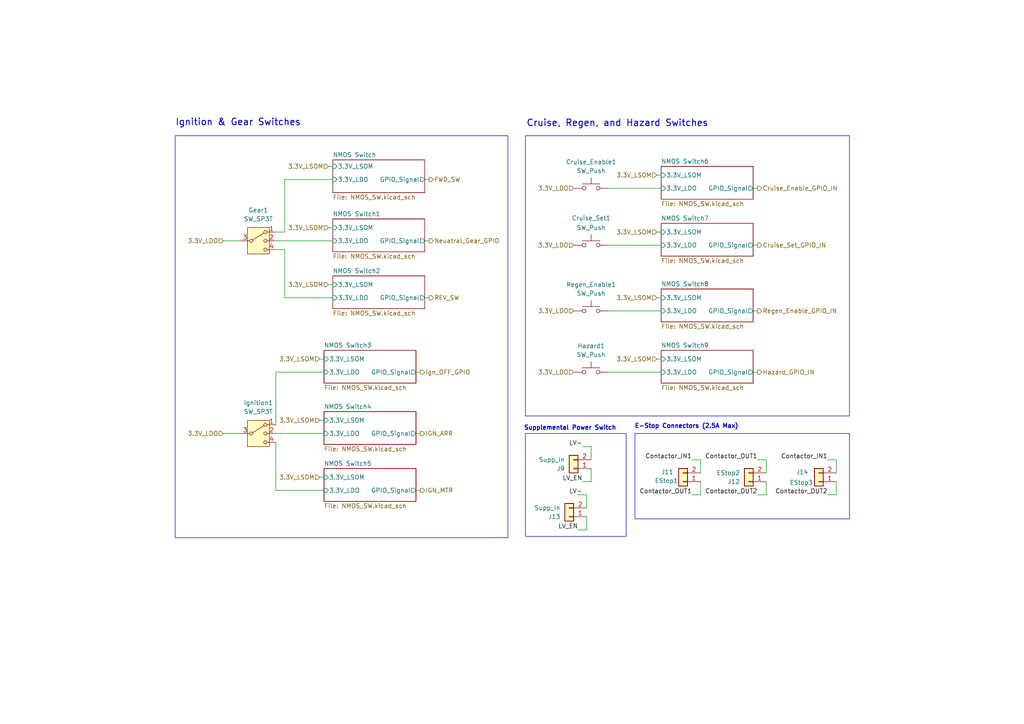
<source format=kicad_sch>
(kicad_sch (version 20250114) (generator "eeschema") (generator_version "9.0")
  (paper "A4")
  (lib_symbols
    (symbol "Connector_Generic:Conn_01x02" (pin_names (offset 1.016) (hide yes))
      (property "Reference" "J" (at 0 2.54 0))
      (property "Value" "Conn_01x02" (at 0 -5.08 0))
      (symbol "Conn_01x02_1_1"
        (rectangle (start -1.27 1.27) (end 1.27 -3.81) (stroke (width 0.254)) (fill (type background)))
        (rectangle (start -1.27 0.127) (end 0 -0.127) (stroke (width 0.1524)))
        (rectangle (start -1.27 -2.413) (end 0 -2.667) (stroke (width 0.1524)))
        (pin passive line (at -5.08 0 0) (length 3.81) (name "Pin_1") (number "1"))
        (pin passive line (at -5.08 -2.54 0) (length 3.81) (name "Pin_2") (number "2"))
      )
    )
    (symbol "Switch:SW_Push" (pin_numbers (hide yes)) (pin_names (offset 1.016) (hide yes))
      (property "Reference" "SW" (at 1.27 2.54 0))
      (property "Value" "SW_Push" (at 0 -1.524 0))
      (symbol "SW_Push_0_1"
        (circle (center -2.032 0) (radius 0.508))
        (polyline (pts (xy 0 1.27) (xy 0 3.048)))
        (circle (center 2.032 0) (radius 0.508))
        (polyline (pts (xy 2.54 1.27) (xy -2.54 1.27)))
        (pin passive line (at -5.08 0 0) (length 2.54) (name "1") (number "1"))
        (pin passive line (at 5.08 0 180) (length 2.54) (name "2") (number "2"))
      )
    )
    (symbol "Switch:SW_SP3T" (pin_names (offset 0) (hide yes))
      (property "Reference" "SW" (at 0 5.08 0))
      (property "Value" "SW_SP3T" (at 0 -5.08 0))
      (symbol "SW_SP3T_0_1"
        (circle (center -2.032 0) (radius 0.4572))
        (polyline (pts (xy -1.651 0.254) (xy 1.651 2.286)))
        (circle (center 2.032 2.54) (radius 0.4572))
        (circle (center 2.032 0) (radius 0.4572))
        (circle (center 2.032 -2.54) (radius 0.4572))
      )
      (symbol "SW_SP3T_1_1"
        (rectangle (start -3.175 3.81) (end 3.175 -3.81) (fill (type background)))
        (pin passive line (at -5.08 0 0) (length 2.54) (name "3") (number "3"))
        (pin passive line (at 5.08 2.54 180) (length 2.54) (name "1") (number "1"))
        (pin passive line (at 5.08 0 180) (length 2.54) (name "2") (number "2"))
        (pin passive line (at 5.08 -2.54 180) (length 2.54) (name "4") (number "4"))
      )
    )
  )
  (rectangle (start 50.8 39.37) (end 147.32 155.956))
  (rectangle (start 152.4 39.37) (end 246.38 120.65))
  (rectangle (start 184.15 125.73) (end 246.38 150.495))
  (rectangle (start 152.4 125.73) (end 181.61 155.575))
  (text "E-Stop Connectors (2.5A Max)" (at 199.136 123.698 0) (effects (font (size 1.27 1.27) (thickness 0.254) (bold yes))))
  (text "Cruise, Regen, and Hazard Switches" (at 179.07 35.814 0) (effects (font (size 1.905 1.905) (thickness 0.254) (bold yes))))
  (text "Ignition & Gear Switches" (at 69.088 35.56 0) (effects (font (size 1.905 1.905) (thickness 0.254) (bold yes))))
  (text "Supplemental Power Switch" (at 165.354 124.206 0) (effects (font (size 1.27 1.27) (thickness 0.254) (bold yes))))
  (wire (pts (xy 171.45 139.7) (xy 171.45 135.89)))
  (wire (pts (xy 190.5 86.36) (xy 191.77 86.36)))
  (wire (pts (xy 218.44 54.61) (xy 219.71 54.61)))
  (wire (pts (xy 82.55 86.36) (xy 96.52 86.36)))
  (wire (pts (xy 92.71 104.14) (xy 93.98 104.14)))
  (wire (pts (xy 64.77 125.73) (xy 69.85 125.73)))
  (wire (pts (xy 176.53 54.61) (xy 191.77 54.61)))
  (wire (pts (xy 95.25 66.04) (xy 96.52 66.04)))
  (wire (pts (xy 219.71 143.51) (xy 222.25 143.51)))
  (wire (pts (xy 80.01 72.39) (xy 82.55 72.39)))
  (wire (pts (xy 242.57 143.51) (xy 242.57 139.7)))
  (wire (pts (xy 176.53 90.17) (xy 191.77 90.17)))
  (wire (pts (xy 242.57 133.35) (xy 242.57 137.16)))
  (wire (pts (xy 218.44 90.17) (xy 219.71 90.17)))
  (wire (pts (xy 190.5 50.8) (xy 191.77 50.8)))
  (wire (pts (xy 170.18 143.51) (xy 170.18 147.32)))
  (wire (pts (xy 168.91 139.7) (xy 171.45 139.7)))
  (wire (pts (xy 218.44 71.12) (xy 219.71 71.12)))
  (wire (pts (xy 219.71 133.35) (xy 222.25 133.35)))
  (wire (pts (xy 82.55 52.07) (xy 96.52 52.07)))
  (wire (pts (xy 80.01 142.24) (xy 93.98 142.24)))
  (wire (pts (xy 203.2 133.35) (xy 203.2 137.16)))
  (wire (pts (xy 120.65 107.95) (xy 121.92 107.95)))
  (wire (pts (xy 167.64 153.67) (xy 170.18 153.67)))
  (wire (pts (xy 240.03 143.51) (xy 242.57 143.51)))
  (wire (pts (xy 80.01 128.27) (xy 80.01 142.24)))
  (wire (pts (xy 222.25 133.35) (xy 222.25 137.16)))
  (wire (pts (xy 95.25 48.26) (xy 96.52 48.26)))
  (wire (pts (xy 82.55 72.39) (xy 82.55 86.36)))
  (wire (pts (xy 80.01 107.95) (xy 80.01 123.19)))
  (wire (pts (xy 123.19 86.36) (xy 124.46 86.36)))
  (wire (pts (xy 80.01 69.85) (xy 96.52 69.85)))
  (wire (pts (xy 120.65 125.73) (xy 121.92 125.73)))
  (wire (pts (xy 170.18 153.67) (xy 170.18 149.86)))
  (wire (pts (xy 200.66 133.35) (xy 203.2 133.35)))
  (wire (pts (xy 80.01 125.73) (xy 93.98 125.73)))
  (wire (pts (xy 123.19 52.07) (xy 124.46 52.07)))
  (wire (pts (xy 176.53 71.12) (xy 191.77 71.12)))
  (wire (pts (xy 120.65 142.24) (xy 121.92 142.24)))
  (wire (pts (xy 92.71 138.43) (xy 93.98 138.43)))
  (wire (pts (xy 190.5 104.14) (xy 191.77 104.14)))
  (wire (pts (xy 190.5 67.31) (xy 191.77 67.31)))
  (wire (pts (xy 92.71 121.92) (xy 93.98 121.92)))
  (wire (pts (xy 176.53 107.95) (xy 191.77 107.95)))
  (wire (pts (xy 171.45 129.54) (xy 171.45 133.35)))
  (wire (pts (xy 95.25 82.55) (xy 96.52 82.55)))
  (wire (pts (xy 64.77 69.85) (xy 69.85 69.85)))
  (wire (pts (xy 222.25 143.51) (xy 222.25 139.7)))
  (wire (pts (xy 218.44 107.95) (xy 219.71 107.95)))
  (wire (pts (xy 240.03 133.35) (xy 242.57 133.35)))
  (wire (pts (xy 168.91 129.54) (xy 171.45 129.54)))
  (wire (pts (xy 82.55 52.07) (xy 82.55 67.31)))
  (wire (pts (xy 203.2 143.51) (xy 203.2 139.7)))
  (wire (pts (xy 82.55 67.31) (xy 80.01 67.31)))
  (wire (pts (xy 167.64 143.51) (xy 170.18 143.51)))
  (wire (pts (xy 80.01 107.95) (xy 93.98 107.95)))
  (wire (pts (xy 200.66 143.51) (xy 203.2 143.51)))
  (wire (pts (xy 123.19 69.85) (xy 124.46 69.85)))
  (label "Contactor_OUT1" (at 219.71 133.35 180))
  (label "Contactor_OUT2" (at 219.71 143.51 180))
  (label "Contactor_OUT2" (at 240.03 143.51 180))
  (label "Contactor_OUT1" (at 200.66 143.51 180))
  (label "LV-" (at 168.91 143.51 180))
  (label "LV-" (at 168.91 129.54 180))
  (label "LV_EN" (at 167.64 153.67 180))
  (label "Contactor_IN1" (at 200.66 133.35 180))
  (label "Contactor_IN1" (at 240.03 133.35 180))
  (label "LV_EN" (at 168.91 139.7 180))
  (hierarchical_label "3.3V_LDO" (shape input) (at 64.77 125.73 180))
  (hierarchical_label "Hazard_GPIO_IN" (shape output) (at 219.71 107.95 0))
  (hierarchical_label "3.3V_LDO" (shape input) (at 166.37 90.17 180))
  (hierarchical_label "3.3V_LSOM" (shape input) (at 95.25 48.26 180))
  (hierarchical_label "3.3V_LSOM" (shape input) (at 190.5 86.36 180))
  (hierarchical_label "3.3V_LSOM" (shape input) (at 92.71 104.14 180))
  (hierarchical_label "3.3V_LSOM" (shape input) (at 190.5 50.8 180))
  (hierarchical_label "Cruise_Enable_GPIO_IN" (shape output) (at 219.71 54.61 0))
  (hierarchical_label "3.3V_LSOM" (shape input) (at 190.5 67.31 180))
  (hierarchical_label "3.3V_LDO" (shape input) (at 166.37 71.12 180))
  (hierarchical_label "3.3V_LSOM" (shape input) (at 95.25 82.55 180))
  (hierarchical_label "Neuatral_Gear_GPIO" (shape output) (at 124.46 69.85 0))
  (hierarchical_label "3.3V_LSOM" (shape input) (at 92.71 138.43 180))
  (hierarchical_label "IGN_ARR" (shape output) (at 121.92 125.73 0))
  (hierarchical_label "3.3V_LDO" (shape input) (at 64.77 69.85 180))
  (hierarchical_label "REV_SW" (shape output) (at 124.46 86.36 0))
  (hierarchical_label "Ign_OFF_GPIO" (shape output) (at 121.92 107.95 0))
  (hierarchical_label "FWD_SW" (shape output) (at 124.46 52.07 0))
  (hierarchical_label "3.3V_LDO" (shape input) (at 166.37 54.61 180))
  (hierarchical_label "Regen_Enable_GPIO_IN" (shape output) (at 219.71 90.17 0))
  (hierarchical_label "3.3V_LSOM" (shape input) (at 95.25 66.04 180))
  (hierarchical_label "3.3V_LDO" (shape input) (at 166.37 107.95 180))
  (hierarchical_label "IGN_MTR" (shape output) (at 121.92 142.24 0))
  (hierarchical_label "3.3V_LSOM" (shape input) (at 190.5 104.14 180))
  (hierarchical_label "Cruise_Set_GPIO_IN" (shape output) (at 219.71 71.12 0))
  (hierarchical_label "3.3V_LSOM" (shape input) (at 92.71 121.92 180))
  (symbol (lib_id "Connector_Generic:Conn_01x02") (at 217.17 139.7 180) (unit 1)
    (property "Reference" "J12" (at 214.63 139.7001 0) (effects (justify left)))
    (property "Value" "EStop2" (at 214.63 137.16 0) (effects (justify left)))
    (property "Footprint" "Connector_Molex:Molex_Micro-Fit_3.0_43650-0215_1x02_P3.00mm_Vertical" (effects (hide yes)))
    (property "Description" "Generic connector, single row, 01x02, script generated (kicad-library-utils/schlib/autogen/connector/)" (effects (hide yes)))
    (property "P/N" "43650-0215" (effects (hide yes)))
  )
  (symbol (lib_id "Switch:SW_Push") (at 171.45 54.61 0) (unit 1)
    (property "Reference" "Cruise_Enable1" (at 171.45 46.99 0))
    (property "Value" "SW_Push" (at 171.45 49.53 0))
    (property "Footprint" "Connector_Molex:Molex_Nano-Fit_105313-xx02_1x02_P2.50mm_Horizontal" (effects (hide yes)))
    (property "Description" "Push button switch, generic, two pins" (effects (hide yes)))
    (property "Distributor Link" "https://www.amazon.com/Gebildet-Waterproof-Momentary-Lockless-Doorbell/dp/B07YDGXMPN/ref=sr_1_20?crid=3CL4V919UK2ZP&dib=eyJ2IjoiMSJ9.YOSVN3Iv8U2slHzp2f1_7I63BiDtfL4TCXtQKaWa6Pf52MwYU_fBN7ze1lnRRvBUU4h5qgghFkZYsdxDPX07nc5adiC4HWCRnnmp-q7S4wOeZPOfkm1k-0Ld0FHu3eFFfxzu6r1wpBF_R6196IlqOF-ISg4KIYVhEnlisPo5mwRrIKnfaOvwoHC1AzHiI_f0D5QHkIQXB4isO9gAaazoFIsOkXnQhDBjYYMPyCRL3m_CziYz-kLB8Zbe414ceUBZIeN04r5rXz-PFeZTRROaW7FA4UsGHNelgT_ORhiMBzQ._eG7wCXgBG8zwqFBxLGDOM8j5CKuOPvPRQmKom2FakY&dib_tag=se&keywords=push%2Bbutton%2B3%2Bcolor%2Bpack%2B24V&qid=1759610579&s=industrial&sprefix=push%2Bbutton%2B3%2Bcolor%2Bpack%2B24%2Cindustrial%2C189&sr=1-20&th=1" (effects (hide yes)))
    (property "Manufacturer" "Amazon" (effects (hide yes)))
  )
  (symbol (lib_id "Connector_Generic:Conn_01x02") (at 198.12 139.7 180) (unit 1)
    (property "Reference" "J11" (at 193.548 136.906 0))
    (property "Value" "EStop1" (at 193.294 139.446 0))
    (property "Footprint" "Connector_Molex:Molex_Micro-Fit_3.0_43650-0215_1x02_P3.00mm_Vertical" (effects (hide yes)))
    (property "Description" "Generic connector, single row, 01x02, script generated (kicad-library-utils/schlib/autogen/connector/)" (effects (hide yes)))
    (property "P/N" "43650-0215" (effects (hide yes)))
  )
  (symbol (lib_id "Switch:SW_SP3T") (at 74.93 125.73 0) (unit 1)
    (property "Reference" "Ignition1" (at 74.93 116.84 0))
    (property "Value" "SW_SP3T" (at 74.93 119.38 0))
    (property "Footprint" "nanofits_1x04:CONN_SD-105313-100_04_MOL" (effects (hide yes)))
    (property "Description" "Switch, three position, single pole triple throw, 3 position switch, SP3T" (effects (hide yes)))
    (property "Distributor Link" "https://www.digikey.com/en/products/detail/c-k/A12505RNZQ/2043161" (effects (hide yes)))
    (property "Manufacturer" "DigiKey" (effects (hide yes)))
  )
  (symbol (lib_id "Switch:SW_Push") (at 171.45 90.17 0) (unit 1)
    (property "Reference" "Regen_Enable1" (at 171.45 82.55 0))
    (property "Value" "SW_Push" (at 171.45 85.09 0))
    (property "Footprint" "Connector_Molex:Molex_Nano-Fit_105313-xx02_1x02_P2.50mm_Horizontal" (effects (hide yes)))
    (property "Description" "Push button switch, generic, two pins" (effects (hide yes)))
    (property "Distributor Link" "https://www.amazon.com/Gebildet-Waterproof-Momentary-Lockless-Doorbell/dp/B07YDGXMPN/ref=sr_1_20?crid=3CL4V919UK2ZP&dib=eyJ2IjoiMSJ9.YOSVN3Iv8U2slHzp2f1_7I63BiDtfL4TCXtQKaWa6Pf52MwYU_fBN7ze1lnRRvBUU4h5qgghFkZYsdxDPX07nc5adiC4HWCRnnmp-q7S4wOeZPOfkm1k-0Ld0FHu3eFFfxzu6r1wpBF_R6196IlqOF-ISg4KIYVhEnlisPo5mwRrIKnfaOvwoHC1AzHiI_f0D5QHkIQXB4isO9gAaazoFIsOkXnQhDBjYYMPyCRL3m_CziYz-kLB8Zbe414ceUBZIeN04r5rXz-PFeZTRROaW7FA4UsGHNelgT_ORhiMBzQ._eG7wCXgBG8zwqFBxLGDOM8j5CKuOPvPRQmKom2FakY&dib_tag=se&keywords=push%2Bbutton%2B3%2Bcolor%2Bpack%2B24V&qid=1759610579&s=industrial&sprefix=push%2Bbutton%2B3%2Bcolor%2Bpack%2B24%2Cindustrial%2C189&sr=1-20&th=1" (effects (hide yes)))
    (property "Manufacturer" "Amazon" (effects (hide yes)))
  )
  (symbol (lib_id "Connector_Generic:Conn_01x02") (at 166.37 135.89 180) (unit 1)
    (property "Reference" "J9" (at 163.83 135.8901 0) (effects (justify left)))
    (property "Value" "Supp_In" (at 163.83 133.3501 0) (effects (justify left)))
    (property "Footprint" "Connector_Molex:Molex_Micro-Fit_3.0_43650-0215_1x02_P3.00mm_Vertical" (effects (hide yes)))
    (property "Description" "Generic connector, single row, 01x02, script generated (kicad-library-utils/schlib/autogen/connector/)" (effects (hide yes)))
    (property "P/N" "43650-0215" (effects (hide yes)))
  )
  (symbol (lib_id "Connector_Generic:Conn_01x02") (at 165.1 149.86 180) (unit 1)
    (property "Reference" "J13" (at 162.56 149.8601 0) (effects (justify left)))
    (property "Value" "Supp_In" (at 162.56 147.3201 0) (effects (justify left)))
    (property "Footprint" "Connector_Molex:Molex_Micro-Fit_3.0_43650-0215_1x02_P3.00mm_Vertical" (effects (hide yes)))
    (property "Description" "Generic connector, single row, 01x02, script generated (kicad-library-utils/schlib/autogen/connector/)" (effects (hide yes)))
    (property "P/N" "43650-0215" (effects (hide yes)))
  )
  (symbol (lib_id "Connector_Generic:Conn_01x02") (at 237.49 139.7 180) (unit 1)
    (property "Reference" "J14" (at 232.664 136.906 0))
    (property "Value" "EStop3" (at 232.41 139.954 0))
    (property "Footprint" "Connector_Molex:Molex_Micro-Fit_3.0_43650-0215_1x02_P3.00mm_Vertical" (effects (hide yes)))
    (property "Description" "Generic connector, single row, 01x02, script generated (kicad-library-utils/schlib/autogen/connector/)" (effects (hide yes)))
    (property "P/N" "43650-0215" (effects (hide yes)))
  )
  (symbol (lib_id "Switch:SW_Push") (at 171.45 107.95 0) (unit 1)
    (property "Reference" "Hazard1" (at 171.45 100.33 0))
    (property "Value" "SW_Push" (at 171.45 102.87 0))
    (property "Footprint" "Connector_Molex:Molex_Nano-Fit_105313-xx02_1x02_P2.50mm_Horizontal" (effects (hide yes)))
    (property "Description" "Push button switch, generic, two pins" (effects (hide yes)))
    (property "Distributor Link" "https://www.amazon.com/Gebildet-Waterproof-Momentary-Lockless-Doorbell/dp/B07YDGXMPN/ref=sr_1_20?crid=3CL4V919UK2ZP&dib=eyJ2IjoiMSJ9.YOSVN3Iv8U2slHzp2f1_7I63BiDtfL4TCXtQKaWa6Pf52MwYU_fBN7ze1lnRRvBUU4h5qgghFkZYsdxDPX07nc5adiC4HWCRnnmp-q7S4wOeZPOfkm1k-0Ld0FHu3eFFfxzu6r1wpBF_R6196IlqOF-ISg4KIYVhEnlisPo5mwRrIKnfaOvwoHC1AzHiI_f0D5QHkIQXB4isO9gAaazoFIsOkXnQhDBjYYMPyCRL3m_CziYz-kLB8Zbe414ceUBZIeN04r5rXz-PFeZTRROaW7FA4UsGHNelgT_ORhiMBzQ._eG7wCXgBG8zwqFBxLGDOM8j5CKuOPvPRQmKom2FakY&dib_tag=se&keywords=push%2Bbutton%2B3%2Bcolor%2Bpack%2B24V&qid=1759610579&s=industrial&sprefix=push%2Bbutton%2B3%2Bcolor%2Bpack%2B24%2Cindustrial%2C189&sr=1-20&th=1" (effects (hide yes)))
    (property "Manufacturer" "Amazon" (effects (hide yes)))
  )
  (symbol (lib_id "Switch:SW_Push") (at 171.45 71.12 0) (unit 1)
    (property "Reference" "Cruise_Set1" (at 171.45 63.246 0))
    (property "Value" "SW_Push" (at 171.45 66.04 0))
    (property "Footprint" "Connector_Molex:Molex_Nano-Fit_105313-xx02_1x02_P2.50mm_Horizontal" (effects (hide yes)))
    (property "Description" "Push button switch, generic, two pins" (effects (hide yes)))
    (property "Distributor Link" "https://www.amazon.com/Gebildet-Waterproof-Momentary-Lockless-Doorbell/dp/B07YDGXMPN/ref=sr_1_20?crid=3CL4V919UK2ZP&dib=eyJ2IjoiMSJ9.YOSVN3Iv8U2slHzp2f1_7I63BiDtfL4TCXtQKaWa6Pf52MwYU_fBN7ze1lnRRvBUU4h5qgghFkZYsdxDPX07nc5adiC4HWCRnnmp-q7S4wOeZPOfkm1k-0Ld0FHu3eFFfxzu6r1wpBF_R6196IlqOF-ISg4KIYVhEnlisPo5mwRrIKnfaOvwoHC1AzHiI_f0D5QHkIQXB4isO9gAaazoFIsOkXnQhDBjYYMPyCRL3m_CziYz-kLB8Zbe414ceUBZIeN04r5rXz-PFeZTRROaW7FA4UsGHNelgT_ORhiMBzQ._eG7wCXgBG8zwqFBxLGDOM8j5CKuOPvPRQmKom2FakY&dib_tag=se&keywords=push%2Bbutton%2B3%2Bcolor%2Bpack%2B24V&qid=1759610579&s=industrial&sprefix=push%2Bbutton%2B3%2Bcolor%2Bpack%2B24%2Cindustrial%2C189&sr=1-20&th=1" (effects (hide yes)))
    (property "Manufacturer" "Amazon" (effects (hide yes)))
  )
  (symbol (lib_id "Switch:SW_SP3T") (at 74.93 69.85 0) (unit 1)
    (property "Reference" "Gear1" (at 74.93 60.96 0))
    (property "Value" "SW_SP3T" (at 74.93 63.5 0))
    (property "Footprint" "nanofits_1x04:CONN_SD-105313-100_04_MOL" (effects (hide yes)))
    (property "Description" "Switch, three position, single pole triple throw, 3 position switch, SP3T" (effects (hide yes)))
    (property "Distributor Link" "https://www.digikey.com/en/products/detail/c-k/A12505RNZQ/2043161" (effects (hide yes)))
    (property "Manufacturer" "DigiKey" (effects (hide yes)))
  )
  (sheet (at 191.77 64.77) (size 26.67 9.525) (stroke (width 0.1524))
    (property "Sheetname" "NMOS Switch7" (at 191.77 64.0584 0) (effects (justify left bottom)))
    (property "Sheetfile" "NMOS_SW.kicad_sch" (at 191.77 74.8796 0) (effects (justify left top)))
    (pin "GPIO_Signal" output (at 218.44 71.12 0))
    (pin "3.3V_LSOM" input (at 191.77 67.31 180))
    (pin "3.3V_LDO" input (at 191.77 71.12 180))
  )
  (sheet (at 93.98 135.89) (size 26.67 9.525) (stroke (width 0.1524))
    (property "Sheetname" "NMOS Switch5" (at 93.98 135.1784 0) (effects (justify left bottom)))
    (property "Sheetfile" "NMOS_SW.kicad_sch" (at 93.98 145.9996 0) (effects (justify left top)))
    (pin "GPIO_Signal" output (at 120.65 142.24 0))
    (pin "3.3V_LSOM" input (at 93.98 138.43 180))
    (pin "3.3V_LDO" input (at 93.98 142.24 180))
  )
  (sheet (at 96.52 46.355) (size 26.67 9.525) (stroke (width 0.1524))
    (property "Sheetname" "NMOS Switch" (at 96.52 45.6434 0) (effects (justify left bottom)))
    (property "Sheetfile" "NMOS_SW.kicad_sch" (at 96.52 56.4646 0) (effects (justify left top)))
    (pin "GPIO_Signal" output (at 123.19 52.07 0))
    (pin "3.3V_LSOM" input (at 96.52 48.26 180))
    (pin "3.3V_LDO" input (at 96.52 52.07 180))
  )
  (sheet (at 93.98 101.6) (size 26.67 9.525) (stroke (width 0.1524))
    (property "Sheetname" "NMOS Switch3" (at 93.98 100.8884 0) (effects (justify left bottom)))
    (property "Sheetfile" "NMOS_SW.kicad_sch" (at 93.98 111.7096 0) (effects (justify left top)))
    (pin "GPIO_Signal" output (at 120.65 107.95 0))
    (pin "3.3V_LSOM" input (at 93.98 104.14 180))
    (pin "3.3V_LDO" input (at 93.98 107.95 180))
  )
  (sheet (at 191.77 83.82) (size 26.67 9.525) (stroke (width 0.1524))
    (property "Sheetname" "NMOS Switch8" (at 191.77 83.1084 0) (effects (justify left bottom)))
    (property "Sheetfile" "NMOS_SW.kicad_sch" (at 191.77 93.9296 0) (effects (justify left top)))
    (pin "GPIO_Signal" output (at 218.44 90.17 0))
    (pin "3.3V_LSOM" input (at 191.77 86.36 180))
    (pin "3.3V_LDO" input (at 191.77 90.17 180))
  )
  (sheet (at 96.52 80.01) (size 26.67 9.525) (stroke (width 0.1524))
    (property "Sheetname" "NMOS Switch2" (at 96.52 79.2984 0) (effects (justify left bottom)))
    (property "Sheetfile" "NMOS_SW.kicad_sch" (at 96.52 90.1196 0) (effects (justify left top)))
    (pin "GPIO_Signal" output (at 123.19 86.36 0))
    (pin "3.3V_LSOM" input (at 96.52 82.55 180))
    (pin "3.3V_LDO" input (at 96.52 86.36 180))
  )
  (sheet (at 93.98 119.38) (size 26.67 9.525) (stroke (width 0.1524))
    (property "Sheetname" "NMOS Switch4" (at 93.98 118.6684 0) (effects (justify left bottom)))
    (property "Sheetfile" "NMOS_SW.kicad_sch" (at 93.98 129.4896 0) (effects (justify left top)))
    (pin "GPIO_Signal" output (at 120.65 125.73 0))
    (pin "3.3V_LSOM" input (at 93.98 121.92 180))
    (pin "3.3V_LDO" input (at 93.98 125.73 180))
  )
  (sheet (at 96.52 63.5) (size 26.67 9.525) (stroke (width 0.1524))
    (property "Sheetname" "NMOS Switch1" (at 96.52 62.7884 0) (effects (justify left bottom)))
    (property "Sheetfile" "NMOS_SW.kicad_sch" (at 96.52 73.6096 0) (effects (justify left top)))
    (pin "GPIO_Signal" output (at 123.19 69.85 0))
    (pin "3.3V_LSOM" input (at 96.52 66.04 180))
    (pin "3.3V_LDO" input (at 96.52 69.85 180))
  )
  (sheet (at 191.77 101.6) (size 26.67 9.525) (stroke (width 0.1524))
    (property "Sheetname" "NMOS Switch9" (at 191.77 100.8884 0) (effects (justify left bottom)))
    (property "Sheetfile" "NMOS_SW.kicad_sch" (at 191.77 111.7096 0) (effects (justify left top)))
    (pin "GPIO_Signal" output (at 218.44 107.95 0))
    (pin "3.3V_LSOM" input (at 191.77 104.14 180))
    (pin "3.3V_LDO" input (at 191.77 107.95 180))
  )
  (sheet (at 191.77 48.26) (size 26.67 9.525) (stroke (width 0.1524))
    (property "Sheetname" "NMOS Switch6" (at 191.77 47.5484 0) (effects (justify left bottom)))
    (property "Sheetfile" "NMOS_SW.kicad_sch" (at 191.77 58.3696 0) (effects (justify left top)))
    (pin "GPIO_Signal" output (at 218.44 54.61 0))
    (pin "3.3V_LSOM" input (at 191.77 50.8 180))
    (pin "3.3V_LDO" input (at 191.77 54.61 180))
  )
)
</source>
